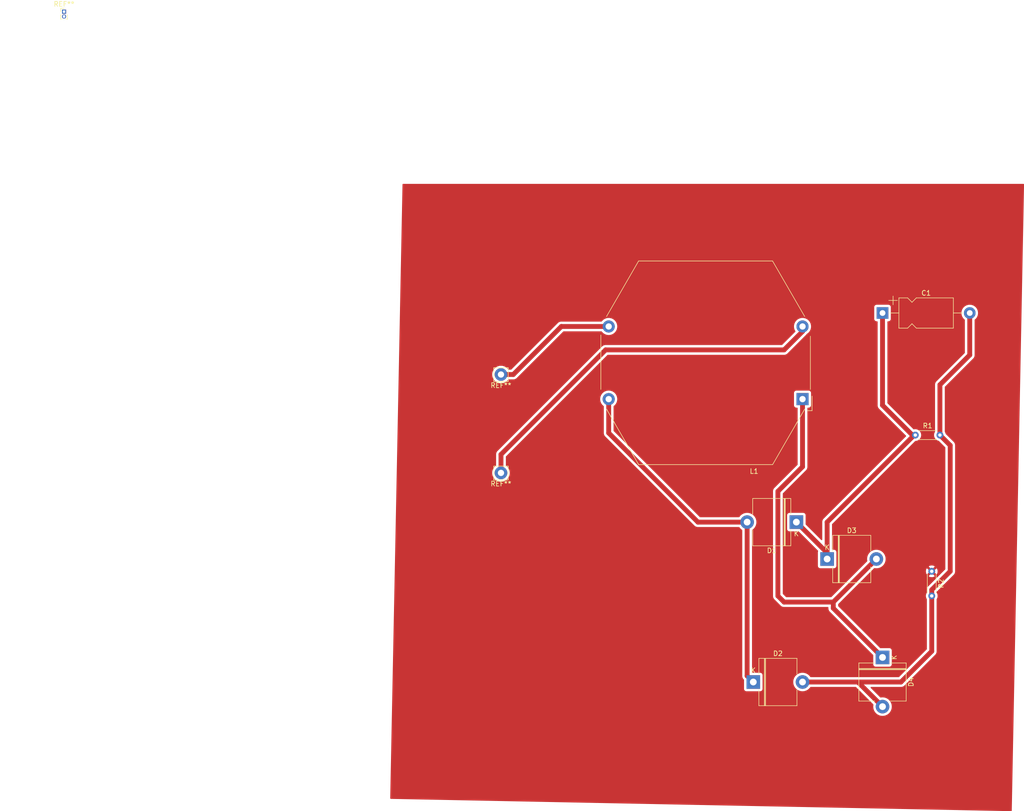
<source format=kicad_pcb>
(kicad_pcb (version 20171130) (host pcbnew "(5.1.4)-1")

  (general
    (thickness 1.6)
    (drawings 0)
    (tracks 39)
    (zones 0)
    (modules 11)
    (nets 6)
  )

  (page A4)
  (layers
    (0 F.Cu signal)
    (31 B.Cu signal)
    (32 B.Adhes user)
    (33 F.Adhes user)
    (34 B.Paste user)
    (35 F.Paste user)
    (36 B.SilkS user)
    (37 F.SilkS user)
    (38 B.Mask user)
    (39 F.Mask user)
    (40 Dwgs.User user)
    (41 Cmts.User user)
    (42 Eco1.User user)
    (43 Eco2.User user)
    (44 Edge.Cuts user)
    (45 Margin user)
    (46 B.CrtYd user)
    (47 F.CrtYd user)
    (48 B.Fab user)
    (49 F.Fab user)
  )

  (setup
    (last_trace_width 1)
    (user_trace_width 1)
    (trace_clearance 0.2)
    (zone_clearance 0.508)
    (zone_45_only no)
    (trace_min 0.2)
    (via_size 0.8)
    (via_drill 0.4)
    (via_min_size 0.4)
    (via_min_drill 0.3)
    (uvia_size 0.3)
    (uvia_drill 0.1)
    (uvias_allowed no)
    (uvia_min_size 0.2)
    (uvia_min_drill 0.1)
    (edge_width 0.05)
    (segment_width 0.2)
    (pcb_text_width 0.3)
    (pcb_text_size 1.5 1.5)
    (mod_edge_width 0.12)
    (mod_text_size 1 1)
    (mod_text_width 0.15)
    (pad_size 1.524 1.524)
    (pad_drill 0.762)
    (pad_to_mask_clearance 0.051)
    (solder_mask_min_width 0.25)
    (aux_axis_origin 0 0)
    (visible_elements FFFFFF7F)
    (pcbplotparams
      (layerselection 0x010fc_ffffffff)
      (usegerberextensions false)
      (usegerberattributes false)
      (usegerberadvancedattributes false)
      (creategerberjobfile false)
      (excludeedgelayer true)
      (linewidth 0.100000)
      (plotframeref false)
      (viasonmask false)
      (mode 1)
      (useauxorigin false)
      (hpglpennumber 1)
      (hpglpenspeed 20)
      (hpglpendiameter 15.000000)
      (psnegative false)
      (psa4output false)
      (plotreference true)
      (plotvalue true)
      (plotinvisibletext false)
      (padsonsilk false)
      (subtractmaskfromsilk false)
      (outputformat 1)
      (mirror false)
      (drillshape 1)
      (scaleselection 1)
      (outputdirectory ""))
  )

  (net 0 "")
  (net 1 "Net-(C1-Pad2)")
  (net 2 "Net-(C1-Pad1)")
  (net 3 "Net-(D1-Pad2)")
  (net 4 VAC)
  (net 5 GNDREF)

  (net_class Default "Esta es la clase de red por defecto."
    (clearance 0.2)
    (trace_width 0.25)
    (via_dia 0.8)
    (via_drill 0.4)
    (uvia_dia 0.3)
    (uvia_drill 0.1)
    (add_net GNDREF)
    (add_net "Net-(C1-Pad1)")
    (add_net "Net-(C1-Pad2)")
    (add_net "Net-(D1-Pad2)")
    (add_net VAC)
  )

  (module Connector_Pin:Pin_D1.3mm_L11.3mm_W2.8mm_Flat (layer F.Cu) (tedit 5A1DC085) (tstamp 5D834856)
    (at 90.17 95.25)
    (descr "solder Pin_ with flat with hole, hole diameter 1.3mm, length 11.3mm, width 2.8mm")
    (tags "solder Pin_ with flat fork")
    (fp_text reference REF** (at 0 2.25) (layer F.SilkS)
      (effects (font (size 1 1) (thickness 0.15)))
    )
    (fp_text value Pin_D1.3mm_L11.3mm_W2.8mm_Flat (at 0 -2.05) (layer F.Fab)
      (effects (font (size 1 1) (thickness 0.15)))
    )
    (fp_line (start 1.9 1.8) (end -1.9 1.8) (layer F.CrtYd) (width 0.05))
    (fp_line (start 1.9 1.8) (end 1.9 -1.8) (layer F.CrtYd) (width 0.05))
    (fp_line (start -1.9 -1.8) (end -1.9 1.8) (layer F.CrtYd) (width 0.05))
    (fp_line (start -1.9 -1.8) (end 1.9 -1.8) (layer F.CrtYd) (width 0.05))
    (fp_line (start -1.4 0.25) (end -1.4 -0.25) (layer F.Fab) (width 0.12))
    (fp_line (start 1.4 -0.25) (end 1.4 0.25) (layer F.Fab) (width 0.12))
    (fp_line (start -1.5 1.45) (end 1.5 1.45) (layer F.SilkS) (width 0.12))
    (fp_line (start -1.5 -1.4) (end -1.5 1.45) (layer F.SilkS) (width 0.12))
    (fp_line (start 1.5 -1.4) (end 1.5 1.45) (layer F.SilkS) (width 0.12))
    (fp_line (start -1.5 -1.4) (end 1.5 -1.4) (layer F.SilkS) (width 0.12))
    (fp_line (start -1.4 -0.25) (end 1.4 -0.25) (layer F.Fab) (width 0.12))
    (fp_line (start 1.4 0.25) (end -1.4 0.25) (layer F.Fab) (width 0.12))
    (fp_text user %R (at 0 2.25) (layer F.Fab)
      (effects (font (size 1 1) (thickness 0.15)))
    )
    (pad 1 thru_hole circle (at 0 0) (size 2.6 2.6) (drill 1.3) (layers *.Cu *.Mask))
    (model ${KISYS3DMOD}/Connector_Pin.3dshapes/Pin_D1.3mm_L11.3mm_W2.8mm_Flat.wrl
      (at (xyz 0 0 0))
      (scale (xyz 1 1 1))
      (rotate (xyz 0 0 0))
    )
  )

  (module Connector_Pin:Pin_D1.3mm_L11.3mm_W2.8mm_Flat (layer F.Cu) (tedit 5A1DC085) (tstamp 5D834811)
    (at 90.17 74.93)
    (descr "solder Pin_ with flat with hole, hole diameter 1.3mm, length 11.3mm, width 2.8mm")
    (tags "solder Pin_ with flat fork")
    (fp_text reference REF** (at 0 2.25) (layer F.SilkS)
      (effects (font (size 1 1) (thickness 0.15)))
    )
    (fp_text value Pin_D1.3mm_L11.3mm_W2.8mm_Flat (at 0 -2.05) (layer F.Fab)
      (effects (font (size 1 1) (thickness 0.15)))
    )
    (fp_line (start 1.9 1.8) (end -1.9 1.8) (layer F.CrtYd) (width 0.05))
    (fp_line (start 1.9 1.8) (end 1.9 -1.8) (layer F.CrtYd) (width 0.05))
    (fp_line (start -1.9 -1.8) (end -1.9 1.8) (layer F.CrtYd) (width 0.05))
    (fp_line (start -1.9 -1.8) (end 1.9 -1.8) (layer F.CrtYd) (width 0.05))
    (fp_line (start -1.4 0.25) (end -1.4 -0.25) (layer F.Fab) (width 0.12))
    (fp_line (start 1.4 -0.25) (end 1.4 0.25) (layer F.Fab) (width 0.12))
    (fp_line (start -1.5 1.45) (end 1.5 1.45) (layer F.SilkS) (width 0.12))
    (fp_line (start -1.5 -1.4) (end -1.5 1.45) (layer F.SilkS) (width 0.12))
    (fp_line (start 1.5 -1.4) (end 1.5 1.45) (layer F.SilkS) (width 0.12))
    (fp_line (start -1.5 -1.4) (end 1.5 -1.4) (layer F.SilkS) (width 0.12))
    (fp_line (start -1.4 -0.25) (end 1.4 -0.25) (layer F.Fab) (width 0.12))
    (fp_line (start 1.4 0.25) (end -1.4 0.25) (layer F.Fab) (width 0.12))
    (fp_text user %R (at 0 2.25) (layer F.Fab)
      (effects (font (size 1 1) (thickness 0.15)))
    )
    (pad 1 thru_hole circle (at 0 0) (size 2.6 2.6) (drill 1.3) (layers *.Cu *.Mask))
    (model ${KISYS3DMOD}/Connector_Pin.3dshapes/Pin_D1.3mm_L11.3mm_W2.8mm_Flat.wrl
      (at (xyz 0 0 0))
      (scale (xyz 1 1 1))
      (rotate (xyz 0 0 0))
    )
  )

  (module Connector_PinHeader_1.00mm:PinHeader_1x02_P1.00mm_Vertical (layer F.Cu) (tedit 59FED738) (tstamp 5D833209)
    (at 0 0)
    (descr "Through hole straight pin header, 1x02, 1.00mm pitch, single row")
    (tags "Through hole pin header THT 1x02 1.00mm single row")
    (fp_text reference REF** (at 0 -1.56) (layer F.SilkS)
      (effects (font (size 1 1) (thickness 0.15)))
    )
    (fp_text value PinHeader_1x02_P1.00mm_Vertical (at 0 2.56) (layer F.Fab)
      (effects (font (size 1 1) (thickness 0.15)))
    )
    (fp_line (start -0.3175 -0.5) (end 0.635 -0.5) (layer F.Fab) (width 0.1))
    (fp_line (start 0.635 -0.5) (end 0.635 1.5) (layer F.Fab) (width 0.1))
    (fp_line (start 0.635 1.5) (end -0.635 1.5) (layer F.Fab) (width 0.1))
    (fp_line (start -0.635 1.5) (end -0.635 -0.1825) (layer F.Fab) (width 0.1))
    (fp_line (start -0.635 -0.1825) (end -0.3175 -0.5) (layer F.Fab) (width 0.1))
    (fp_line (start -0.695 1.56) (end -0.394493 1.56) (layer F.SilkS) (width 0.12))
    (fp_line (start 0.394493 1.56) (end 0.695 1.56) (layer F.SilkS) (width 0.12))
    (fp_line (start -0.695 0.685) (end -0.695 1.56) (layer F.SilkS) (width 0.12))
    (fp_line (start 0.695 0.685) (end 0.695 1.56) (layer F.SilkS) (width 0.12))
    (fp_line (start -0.695 0.685) (end -0.608276 0.685) (layer F.SilkS) (width 0.12))
    (fp_line (start 0.608276 0.685) (end 0.695 0.685) (layer F.SilkS) (width 0.12))
    (fp_line (start -0.695 0) (end -0.695 -0.685) (layer F.SilkS) (width 0.12))
    (fp_line (start -0.695 -0.685) (end 0 -0.685) (layer F.SilkS) (width 0.12))
    (fp_line (start -1.15 -1) (end -1.15 2) (layer F.CrtYd) (width 0.05))
    (fp_line (start -1.15 2) (end 1.15 2) (layer F.CrtYd) (width 0.05))
    (fp_line (start 1.15 2) (end 1.15 -1) (layer F.CrtYd) (width 0.05))
    (fp_line (start 1.15 -1) (end -1.15 -1) (layer F.CrtYd) (width 0.05))
    (fp_text user %R (at 0 0.5 90) (layer F.Fab)
      (effects (font (size 0.76 0.76) (thickness 0.114)))
    )
    (pad 1 thru_hole rect (at 0 0) (size 0.85 0.85) (drill 0.5) (layers *.Cu *.Mask))
    (pad 2 thru_hole oval (at 0 1) (size 0.85 0.85) (drill 0.5) (layers *.Cu *.Mask))
    (model ${KISYS3DMOD}/Connector_PinHeader_1.00mm.3dshapes/PinHeader_1x02_P1.00mm_Vertical.wrl
      (at (xyz 0 0 0))
      (scale (xyz 1 1 1))
      (rotate (xyz 0 0 0))
    )
  )

  (module Resistor_THT:R_Axial_DIN0204_L3.6mm_D1.6mm_P5.08mm_Horizontal (layer F.Cu) (tedit 5AE5139B) (tstamp 5D8329F7)
    (at 179.07 115.57 270)
    (descr "Resistor, Axial_DIN0204 series, Axial, Horizontal, pin pitch=5.08mm, 0.167W, length*diameter=3.6*1.6mm^2, http://cdn-reichelt.de/documents/datenblatt/B400/1_4W%23YAG.pdf")
    (tags "Resistor Axial_DIN0204 series Axial Horizontal pin pitch 5.08mm 0.167W length 3.6mm diameter 1.6mm")
    (path /5D83DE1D)
    (fp_text reference R2 (at 2.54 -1.92 90) (layer F.SilkS)
      (effects (font (size 1 1) (thickness 0.15)))
    )
    (fp_text value R (at 2.54 1.92 90) (layer F.Fab)
      (effects (font (size 1 1) (thickness 0.15)))
    )
    (fp_text user %R (at 2.54 0 90) (layer F.Fab)
      (effects (font (size 0.72 0.72) (thickness 0.108)))
    )
    (fp_line (start 6.03 -1.05) (end -0.95 -1.05) (layer F.CrtYd) (width 0.05))
    (fp_line (start 6.03 1.05) (end 6.03 -1.05) (layer F.CrtYd) (width 0.05))
    (fp_line (start -0.95 1.05) (end 6.03 1.05) (layer F.CrtYd) (width 0.05))
    (fp_line (start -0.95 -1.05) (end -0.95 1.05) (layer F.CrtYd) (width 0.05))
    (fp_line (start 0.62 0.92) (end 4.46 0.92) (layer F.SilkS) (width 0.12))
    (fp_line (start 0.62 -0.92) (end 4.46 -0.92) (layer F.SilkS) (width 0.12))
    (fp_line (start 5.08 0) (end 4.34 0) (layer F.Fab) (width 0.1))
    (fp_line (start 0 0) (end 0.74 0) (layer F.Fab) (width 0.1))
    (fp_line (start 4.34 -0.8) (end 0.74 -0.8) (layer F.Fab) (width 0.1))
    (fp_line (start 4.34 0.8) (end 4.34 -0.8) (layer F.Fab) (width 0.1))
    (fp_line (start 0.74 0.8) (end 4.34 0.8) (layer F.Fab) (width 0.1))
    (fp_line (start 0.74 -0.8) (end 0.74 0.8) (layer F.Fab) (width 0.1))
    (pad 2 thru_hole oval (at 5.08 0 270) (size 1.4 1.4) (drill 0.7) (layers *.Cu *.Mask)
      (net 1 "Net-(C1-Pad2)"))
    (pad 1 thru_hole circle (at 0 0 270) (size 1.4 1.4) (drill 0.7) (layers *.Cu *.Mask)
      (net 5 GNDREF))
    (model ${KISYS3DMOD}/Resistor_THT.3dshapes/R_Axial_DIN0204_L3.6mm_D1.6mm_P5.08mm_Horizontal.wrl
      (at (xyz 0 0 0))
      (scale (xyz 1 1 1))
      (rotate (xyz 0 0 0))
    )
  )

  (module Resistor_THT:R_Axial_DIN0204_L3.6mm_D1.6mm_P5.08mm_Horizontal (layer F.Cu) (tedit 5AE5139B) (tstamp 5D8329E4)
    (at 175.675001 87.435001)
    (descr "Resistor, Axial_DIN0204 series, Axial, Horizontal, pin pitch=5.08mm, 0.167W, length*diameter=3.6*1.6mm^2, http://cdn-reichelt.de/documents/datenblatt/B400/1_4W%23YAG.pdf")
    (tags "Resistor Axial_DIN0204 series Axial Horizontal pin pitch 5.08mm 0.167W length 3.6mm diameter 1.6mm")
    (path /5D83D99B)
    (fp_text reference R1 (at 2.54 -1.92) (layer F.SilkS)
      (effects (font (size 1 1) (thickness 0.15)))
    )
    (fp_text value R (at 2.54 1.92) (layer F.Fab)
      (effects (font (size 1 1) (thickness 0.15)))
    )
    (fp_text user %R (at 2.54 0) (layer F.Fab)
      (effects (font (size 0.72 0.72) (thickness 0.108)))
    )
    (fp_line (start 6.03 -1.05) (end -0.95 -1.05) (layer F.CrtYd) (width 0.05))
    (fp_line (start 6.03 1.05) (end 6.03 -1.05) (layer F.CrtYd) (width 0.05))
    (fp_line (start -0.95 1.05) (end 6.03 1.05) (layer F.CrtYd) (width 0.05))
    (fp_line (start -0.95 -1.05) (end -0.95 1.05) (layer F.CrtYd) (width 0.05))
    (fp_line (start 0.62 0.92) (end 4.46 0.92) (layer F.SilkS) (width 0.12))
    (fp_line (start 0.62 -0.92) (end 4.46 -0.92) (layer F.SilkS) (width 0.12))
    (fp_line (start 5.08 0) (end 4.34 0) (layer F.Fab) (width 0.1))
    (fp_line (start 0 0) (end 0.74 0) (layer F.Fab) (width 0.1))
    (fp_line (start 4.34 -0.8) (end 0.74 -0.8) (layer F.Fab) (width 0.1))
    (fp_line (start 4.34 0.8) (end 4.34 -0.8) (layer F.Fab) (width 0.1))
    (fp_line (start 0.74 0.8) (end 4.34 0.8) (layer F.Fab) (width 0.1))
    (fp_line (start 0.74 -0.8) (end 0.74 0.8) (layer F.Fab) (width 0.1))
    (pad 2 thru_hole oval (at 5.08 0) (size 1.4 1.4) (drill 0.7) (layers *.Cu *.Mask)
      (net 1 "Net-(C1-Pad2)"))
    (pad 1 thru_hole circle (at 0 0) (size 1.4 1.4) (drill 0.7) (layers *.Cu *.Mask)
      (net 2 "Net-(C1-Pad1)"))
    (model ${KISYS3DMOD}/Resistor_THT.3dshapes/R_Axial_DIN0204_L3.6mm_D1.6mm_P5.08mm_Horizontal.wrl
      (at (xyz 0 0 0))
      (scale (xyz 1 1 1))
      (rotate (xyz 0 0 0))
    )
  )

  (module Inductor_THT:Choke_Schaffner_RN152-04-43.0x41.8mm (layer F.Cu) (tedit 5A1421CD) (tstamp 5D8329D1)
    (at 152.4 80.01 180)
    (descr "Current-compensated Chokes, Scaffner, RN152-04, 43.0mmx41.8mm https://www.schaffner.com/products/download/product/datasheet/rn-series-common-mode-chokes-new/")
    (tags "chokes schaffner tht")
    (path /5D83E1E3)
    (fp_text reference L1 (at 10 -14.9) (layer F.SilkS)
      (effects (font (size 1 1) (thickness 0.15)))
    )
    (fp_text value L (at 20 29.9) (layer F.Fab)
      (effects (font (size 1 1) (thickness 0.15)))
    )
    (fp_text user %R (at 20 7.5) (layer F.Fab)
      (effects (font (size 1 1) (thickness 0.15)))
    )
    (fp_line (start -1.97 -2.38) (end -1.97 0.62) (layer F.SilkS) (width 0.12))
    (fp_line (start -1.97 -2.38) (end -0.97 -2.38) (layer F.SilkS) (width 0.12))
    (fp_line (start -1.72 -2.12) (end -0.56 -2.12) (layer F.CrtYd) (width 0.05))
    (fp_line (start -1.72 15.12) (end -1.72 -2.12) (layer F.CrtYd) (width 0.05))
    (fp_line (start 6.11 28.65) (end -1.72 15.12) (layer F.CrtYd) (width 0.05))
    (fp_line (start 33.91 28.65) (end 6.11 28.65) (layer F.CrtYd) (width 0.05))
    (fp_line (start 41.75 15.12) (end 33.91 28.65) (layer F.CrtYd) (width 0.05))
    (fp_line (start 41.75 0) (end 41.75 15.12) (layer F.CrtYd) (width 0.05))
    (fp_line (start 33.89 -13.65) (end 41.75 0) (layer F.CrtYd) (width 0.05))
    (fp_line (start 6.09 -13.65) (end 33.89 -13.65) (layer F.CrtYd) (width 0.05))
    (fp_line (start -0.56 -2.12) (end 6.09 -13.65) (layer F.CrtYd) (width 0.05))
    (fp_line (start -1.62 13) (end -1.62 2) (layer F.SilkS) (width 0.12))
    (fp_line (start 6.18 28.52) (end -0.45 17.06) (layer F.SilkS) (width 0.12))
    (fp_line (start 33.83 28.52) (end 6.18 28.52) (layer F.SilkS) (width 0.12))
    (fp_line (start 40.45 17.06) (end 33.83 28.52) (layer F.SilkS) (width 0.12))
    (fp_line (start 41.62 2) (end 41.62 13.25) (layer F.SilkS) (width 0.12))
    (fp_line (start 33.82 -13.52) (end 40.45 -2.06) (layer F.SilkS) (width 0.12))
    (fp_line (start 6.17 -13.52) (end 33.82 -13.52) (layer F.SilkS) (width 0.12))
    (fp_line (start -0.45 -2.06) (end 6.17 -13.52) (layer F.SilkS) (width 0.12))
    (fp_line (start -0.5 1) (end -1.5 0) (layer F.Fab) (width 0.1))
    (fp_line (start -1.5 2) (end -0.5 1) (layer F.Fab) (width 0.1))
    (fp_line (start -1.5 15) (end -1.5 2) (layer F.Fab) (width 0.1))
    (fp_line (start 6.24 28.4) (end -1.5 15) (layer F.Fab) (width 0.1))
    (fp_line (start 33.76 28.4) (end 6.24 28.4) (layer F.Fab) (width 0.1))
    (fp_line (start 41.5 15) (end 33.76 28.4) (layer F.Fab) (width 0.1))
    (fp_line (start 41.5 0) (end 41.5 15) (layer F.Fab) (width 0.1))
    (fp_line (start 33.76 -13.4) (end 41.5 0) (layer F.Fab) (width 0.1))
    (fp_line (start 6.24 -13.4) (end 33.76 -13.4) (layer F.Fab) (width 0.1))
    (fp_line (start -1.5 0) (end 6.24 -13.4) (layer F.Fab) (width 0.1))
    (pad 4 thru_hole circle (at 40 15 180) (size 2.5 2.5) (drill 1.3) (layers *.Cu *.Mask))
    (pad 3 thru_hole circle (at 0 15 180) (size 2.5 2.5) (drill 1.3) (layers *.Cu *.Mask))
    (pad 2 thru_hole circle (at 40 0 180) (size 2.5 2.5) (drill 1.3) (layers *.Cu *.Mask)
      (net 3 "Net-(D1-Pad2)"))
    (pad 1 thru_hole rect (at 0 0 180) (size 2.5 2.5) (drill 1.3) (layers *.Cu *.Mask)
      (net 4 VAC))
    (model ${KISYS3DMOD}/Inductor_THT.3dshapes/Choke_Schaffner_RN152-04-43.0x41.8mm.wrl
      (at (xyz 0 0 0))
      (scale (xyz 1 1 1))
      (rotate (xyz 0 0 0))
    )
  )

  (module Diode_THT:D_5KP_P10.16mm_Horizontal (layer F.Cu) (tedit 5AE50CD5) (tstamp 5D8329AB)
    (at 168.91 133.35 270)
    (descr "Diode, 5KP series, Axial, Horizontal, pin pitch=10.16mm, , length*diameter=7.62*9.53mm^2, , http://www.diodes.com/_files/packages/8686949.gif")
    (tags "Diode 5KP series Axial Horizontal pin pitch 10.16mm  length 7.62mm diameter 9.53mm")
    (path /5D83D42E)
    (fp_text reference D4 (at 5.08 -5.885 90) (layer F.SilkS)
      (effects (font (size 1 1) (thickness 0.15)))
    )
    (fp_text value D (at 5.08 5.885 90) (layer F.Fab)
      (effects (font (size 1 1) (thickness 0.15)))
    )
    (fp_text user K (at 0 -2.4 90) (layer F.SilkS)
      (effects (font (size 1 1) (thickness 0.15)))
    )
    (fp_text user K (at 0 -2.4 90) (layer F.Fab)
      (effects (font (size 1 1) (thickness 0.15)))
    )
    (fp_text user %R (at 5.6515 0 90) (layer F.Fab)
      (effects (font (size 1 1) (thickness 0.15)))
    )
    (fp_line (start 11.81 -5.02) (end -1.65 -5.02) (layer F.CrtYd) (width 0.05))
    (fp_line (start 11.81 5.02) (end 11.81 -5.02) (layer F.CrtYd) (width 0.05))
    (fp_line (start -1.65 5.02) (end 11.81 5.02) (layer F.CrtYd) (width 0.05))
    (fp_line (start -1.65 -5.02) (end -1.65 5.02) (layer F.CrtYd) (width 0.05))
    (fp_line (start 2.293 -4.885) (end 2.293 4.885) (layer F.SilkS) (width 0.12))
    (fp_line (start 2.533 -4.885) (end 2.533 4.885) (layer F.SilkS) (width 0.12))
    (fp_line (start 2.413 -4.885) (end 2.413 4.885) (layer F.SilkS) (width 0.12))
    (fp_line (start 9.01 4.885) (end 9.01 1.64) (layer F.SilkS) (width 0.12))
    (fp_line (start 1.15 4.885) (end 9.01 4.885) (layer F.SilkS) (width 0.12))
    (fp_line (start 1.15 1.64) (end 1.15 4.885) (layer F.SilkS) (width 0.12))
    (fp_line (start 9.01 -4.885) (end 9.01 -1.64) (layer F.SilkS) (width 0.12))
    (fp_line (start 1.15 -4.885) (end 9.01 -4.885) (layer F.SilkS) (width 0.12))
    (fp_line (start 1.15 -1.64) (end 1.15 -4.885) (layer F.SilkS) (width 0.12))
    (fp_line (start 2.313 -4.765) (end 2.313 4.765) (layer F.Fab) (width 0.1))
    (fp_line (start 2.513 -4.765) (end 2.513 4.765) (layer F.Fab) (width 0.1))
    (fp_line (start 2.413 -4.765) (end 2.413 4.765) (layer F.Fab) (width 0.1))
    (fp_line (start 10.16 0) (end 8.89 0) (layer F.Fab) (width 0.1))
    (fp_line (start 0 0) (end 1.27 0) (layer F.Fab) (width 0.1))
    (fp_line (start 8.89 -4.765) (end 1.27 -4.765) (layer F.Fab) (width 0.1))
    (fp_line (start 8.89 4.765) (end 8.89 -4.765) (layer F.Fab) (width 0.1))
    (fp_line (start 1.27 4.765) (end 8.89 4.765) (layer F.Fab) (width 0.1))
    (fp_line (start 1.27 -4.765) (end 1.27 4.765) (layer F.Fab) (width 0.1))
    (pad 2 thru_hole oval (at 10.16 0 270) (size 2.8 2.8) (drill 1.4) (layers *.Cu *.Mask)
      (net 1 "Net-(C1-Pad2)"))
    (pad 1 thru_hole rect (at 0 0 270) (size 2.8 2.8) (drill 1.4) (layers *.Cu *.Mask)
      (net 4 VAC))
    (model ${KISYS3DMOD}/Diode_THT.3dshapes/D_5KP_P10.16mm_Horizontal.wrl
      (at (xyz 0 0 0))
      (scale (xyz 1 1 1))
      (rotate (xyz 0 0 0))
    )
  )

  (module Diode_THT:D_5KP_P10.16mm_Horizontal (layer F.Cu) (tedit 5AE50CD5) (tstamp 5D83298C)
    (at 157.48 113.03)
    (descr "Diode, 5KP series, Axial, Horizontal, pin pitch=10.16mm, , length*diameter=7.62*9.53mm^2, , http://www.diodes.com/_files/packages/8686949.gif")
    (tags "Diode 5KP series Axial Horizontal pin pitch 10.16mm  length 7.62mm diameter 9.53mm")
    (path /5D83CC2F)
    (fp_text reference D3 (at 5.08 -5.885) (layer F.SilkS)
      (effects (font (size 1 1) (thickness 0.15)))
    )
    (fp_text value D (at 5.08 5.885) (layer F.Fab)
      (effects (font (size 1 1) (thickness 0.15)))
    )
    (fp_text user K (at 0 -2.4) (layer F.SilkS)
      (effects (font (size 1 1) (thickness 0.15)))
    )
    (fp_text user K (at 0 -2.4) (layer F.Fab)
      (effects (font (size 1 1) (thickness 0.15)))
    )
    (fp_text user %R (at 5.054999 0) (layer F.Fab)
      (effects (font (size 1 1) (thickness 0.15)))
    )
    (fp_line (start 11.81 -5.02) (end -1.65 -5.02) (layer F.CrtYd) (width 0.05))
    (fp_line (start 11.81 5.02) (end 11.81 -5.02) (layer F.CrtYd) (width 0.05))
    (fp_line (start -1.65 5.02) (end 11.81 5.02) (layer F.CrtYd) (width 0.05))
    (fp_line (start -1.65 -5.02) (end -1.65 5.02) (layer F.CrtYd) (width 0.05))
    (fp_line (start 2.293 -4.885) (end 2.293 4.885) (layer F.SilkS) (width 0.12))
    (fp_line (start 2.533 -4.885) (end 2.533 4.885) (layer F.SilkS) (width 0.12))
    (fp_line (start 2.413 -4.885) (end 2.413 4.885) (layer F.SilkS) (width 0.12))
    (fp_line (start 9.01 4.885) (end 9.01 1.64) (layer F.SilkS) (width 0.12))
    (fp_line (start 1.15 4.885) (end 9.01 4.885) (layer F.SilkS) (width 0.12))
    (fp_line (start 1.15 1.64) (end 1.15 4.885) (layer F.SilkS) (width 0.12))
    (fp_line (start 9.01 -4.885) (end 9.01 -1.64) (layer F.SilkS) (width 0.12))
    (fp_line (start 1.15 -4.885) (end 9.01 -4.885) (layer F.SilkS) (width 0.12))
    (fp_line (start 1.15 -1.64) (end 1.15 -4.885) (layer F.SilkS) (width 0.12))
    (fp_line (start 2.313 -4.765) (end 2.313 4.765) (layer F.Fab) (width 0.1))
    (fp_line (start 2.513 -4.765) (end 2.513 4.765) (layer F.Fab) (width 0.1))
    (fp_line (start 2.413 -4.765) (end 2.413 4.765) (layer F.Fab) (width 0.1))
    (fp_line (start 10.16 0) (end 8.89 0) (layer F.Fab) (width 0.1))
    (fp_line (start 0 0) (end 1.27 0) (layer F.Fab) (width 0.1))
    (fp_line (start 8.89 -4.765) (end 1.27 -4.765) (layer F.Fab) (width 0.1))
    (fp_line (start 8.89 4.765) (end 8.89 -4.765) (layer F.Fab) (width 0.1))
    (fp_line (start 1.27 4.765) (end 8.89 4.765) (layer F.Fab) (width 0.1))
    (fp_line (start 1.27 -4.765) (end 1.27 4.765) (layer F.Fab) (width 0.1))
    (pad 2 thru_hole oval (at 10.16 0) (size 2.8 2.8) (drill 1.4) (layers *.Cu *.Mask)
      (net 4 VAC))
    (pad 1 thru_hole rect (at 0 0) (size 2.8 2.8) (drill 1.4) (layers *.Cu *.Mask)
      (net 2 "Net-(C1-Pad1)"))
    (model ${KISYS3DMOD}/Diode_THT.3dshapes/D_5KP_P10.16mm_Horizontal.wrl
      (at (xyz 0 0 0))
      (scale (xyz 1 1 1))
      (rotate (xyz 0 0 0))
    )
  )

  (module Diode_THT:D_5KP_P10.16mm_Horizontal (layer F.Cu) (tedit 5AE50CD5) (tstamp 5D83296D)
    (at 142.24 138.43)
    (descr "Diode, 5KP series, Axial, Horizontal, pin pitch=10.16mm, , length*diameter=7.62*9.53mm^2, , http://www.diodes.com/_files/packages/8686949.gif")
    (tags "Diode 5KP series Axial Horizontal pin pitch 10.16mm  length 7.62mm diameter 9.53mm")
    (path /5D83D2F7)
    (fp_text reference D2 (at 5.08 -5.885) (layer F.SilkS)
      (effects (font (size 1 1) (thickness 0.15)))
    )
    (fp_text value D (at 5.08 5.885) (layer F.Fab)
      (effects (font (size 1 1) (thickness 0.15)))
    )
    (fp_text user K (at 0 -2.4) (layer F.SilkS)
      (effects (font (size 1 1) (thickness 0.15)))
    )
    (fp_text user K (at 0 -2.4) (layer F.Fab)
      (effects (font (size 1 1) (thickness 0.15)))
    )
    (fp_text user %R (at 5.6515 0) (layer F.Fab)
      (effects (font (size 1 1) (thickness 0.15)))
    )
    (fp_line (start 11.81 -5.02) (end -1.65 -5.02) (layer F.CrtYd) (width 0.05))
    (fp_line (start 11.81 5.02) (end 11.81 -5.02) (layer F.CrtYd) (width 0.05))
    (fp_line (start -1.65 5.02) (end 11.81 5.02) (layer F.CrtYd) (width 0.05))
    (fp_line (start -1.65 -5.02) (end -1.65 5.02) (layer F.CrtYd) (width 0.05))
    (fp_line (start 2.293 -4.885) (end 2.293 4.885) (layer F.SilkS) (width 0.12))
    (fp_line (start 2.533 -4.885) (end 2.533 4.885) (layer F.SilkS) (width 0.12))
    (fp_line (start 2.413 -4.885) (end 2.413 4.885) (layer F.SilkS) (width 0.12))
    (fp_line (start 9.01 4.885) (end 9.01 1.64) (layer F.SilkS) (width 0.12))
    (fp_line (start 1.15 4.885) (end 9.01 4.885) (layer F.SilkS) (width 0.12))
    (fp_line (start 1.15 1.64) (end 1.15 4.885) (layer F.SilkS) (width 0.12))
    (fp_line (start 9.01 -4.885) (end 9.01 -1.64) (layer F.SilkS) (width 0.12))
    (fp_line (start 1.15 -4.885) (end 9.01 -4.885) (layer F.SilkS) (width 0.12))
    (fp_line (start 1.15 -1.64) (end 1.15 -4.885) (layer F.SilkS) (width 0.12))
    (fp_line (start 2.313 -4.765) (end 2.313 4.765) (layer F.Fab) (width 0.1))
    (fp_line (start 2.513 -4.765) (end 2.513 4.765) (layer F.Fab) (width 0.1))
    (fp_line (start 2.413 -4.765) (end 2.413 4.765) (layer F.Fab) (width 0.1))
    (fp_line (start 10.16 0) (end 8.89 0) (layer F.Fab) (width 0.1))
    (fp_line (start 0 0) (end 1.27 0) (layer F.Fab) (width 0.1))
    (fp_line (start 8.89 -4.765) (end 1.27 -4.765) (layer F.Fab) (width 0.1))
    (fp_line (start 8.89 4.765) (end 8.89 -4.765) (layer F.Fab) (width 0.1))
    (fp_line (start 1.27 4.765) (end 8.89 4.765) (layer F.Fab) (width 0.1))
    (fp_line (start 1.27 -4.765) (end 1.27 4.765) (layer F.Fab) (width 0.1))
    (pad 2 thru_hole oval (at 10.16 0) (size 2.8 2.8) (drill 1.4) (layers *.Cu *.Mask)
      (net 1 "Net-(C1-Pad2)"))
    (pad 1 thru_hole rect (at 0 0) (size 2.8 2.8) (drill 1.4) (layers *.Cu *.Mask)
      (net 3 "Net-(D1-Pad2)"))
    (model ${KISYS3DMOD}/Diode_THT.3dshapes/D_5KP_P10.16mm_Horizontal.wrl
      (at (xyz 0 0 0))
      (scale (xyz 1 1 1))
      (rotate (xyz 0 0 0))
    )
  )

  (module Diode_THT:D_5KP_P10.16mm_Horizontal (layer F.Cu) (tedit 5AE50CD5) (tstamp 5D83294E)
    (at 151.13 105.41 180)
    (descr "Diode, 5KP series, Axial, Horizontal, pin pitch=10.16mm, , length*diameter=7.62*9.53mm^2, , http://www.diodes.com/_files/packages/8686949.gif")
    (tags "Diode 5KP series Axial Horizontal pin pitch 10.16mm  length 7.62mm diameter 9.53mm")
    (path /5D83C7A1)
    (fp_text reference D1 (at 5.08 -5.885) (layer F.SilkS)
      (effects (font (size 1 1) (thickness 0.15)))
    )
    (fp_text value D (at 5.08 5.885) (layer F.Fab)
      (effects (font (size 1 1) (thickness 0.15)))
    )
    (fp_text user K (at 0 -2.4) (layer F.SilkS)
      (effects (font (size 1 1) (thickness 0.15)))
    )
    (fp_text user K (at 0 -2.4) (layer F.Fab)
      (effects (font (size 1 1) (thickness 0.15)))
    )
    (fp_text user %R (at 5.6515 0) (layer F.Fab)
      (effects (font (size 1 1) (thickness 0.15)))
    )
    (fp_line (start 11.81 -5.02) (end -1.65 -5.02) (layer F.CrtYd) (width 0.05))
    (fp_line (start 11.81 5.02) (end 11.81 -5.02) (layer F.CrtYd) (width 0.05))
    (fp_line (start -1.65 5.02) (end 11.81 5.02) (layer F.CrtYd) (width 0.05))
    (fp_line (start -1.65 -5.02) (end -1.65 5.02) (layer F.CrtYd) (width 0.05))
    (fp_line (start 2.293 -4.885) (end 2.293 4.885) (layer F.SilkS) (width 0.12))
    (fp_line (start 2.533 -4.885) (end 2.533 4.885) (layer F.SilkS) (width 0.12))
    (fp_line (start 2.413 -4.885) (end 2.413 4.885) (layer F.SilkS) (width 0.12))
    (fp_line (start 9.01 4.885) (end 9.01 1.64) (layer F.SilkS) (width 0.12))
    (fp_line (start 1.15 4.885) (end 9.01 4.885) (layer F.SilkS) (width 0.12))
    (fp_line (start 1.15 1.64) (end 1.15 4.885) (layer F.SilkS) (width 0.12))
    (fp_line (start 9.01 -4.885) (end 9.01 -1.64) (layer F.SilkS) (width 0.12))
    (fp_line (start 1.15 -4.885) (end 9.01 -4.885) (layer F.SilkS) (width 0.12))
    (fp_line (start 1.15 -1.64) (end 1.15 -4.885) (layer F.SilkS) (width 0.12))
    (fp_line (start 2.313 -4.765) (end 2.313 4.765) (layer F.Fab) (width 0.1))
    (fp_line (start 2.513 -4.765) (end 2.513 4.765) (layer F.Fab) (width 0.1))
    (fp_line (start 2.413 -4.765) (end 2.413 4.765) (layer F.Fab) (width 0.1))
    (fp_line (start 10.16 0) (end 8.89 0) (layer F.Fab) (width 0.1))
    (fp_line (start 0 0) (end 1.27 0) (layer F.Fab) (width 0.1))
    (fp_line (start 8.89 -4.765) (end 1.27 -4.765) (layer F.Fab) (width 0.1))
    (fp_line (start 8.89 4.765) (end 8.89 -4.765) (layer F.Fab) (width 0.1))
    (fp_line (start 1.27 4.765) (end 8.89 4.765) (layer F.Fab) (width 0.1))
    (fp_line (start 1.27 -4.765) (end 1.27 4.765) (layer F.Fab) (width 0.1))
    (pad 2 thru_hole oval (at 10.16 0 180) (size 2.8 2.8) (drill 1.4) (layers *.Cu *.Mask)
      (net 3 "Net-(D1-Pad2)"))
    (pad 1 thru_hole rect (at 0 0 180) (size 2.8 2.8) (drill 1.4) (layers *.Cu *.Mask)
      (net 2 "Net-(C1-Pad1)"))
    (model ${KISYS3DMOD}/Diode_THT.3dshapes/D_5KP_P10.16mm_Horizontal.wrl
      (at (xyz 0 0 0))
      (scale (xyz 1 1 1))
      (rotate (xyz 0 0 0))
    )
  )

  (module Capacitor_THT:CP_Axial_L11.0mm_D6.0mm_P18.00mm_Horizontal (layer F.Cu) (tedit 5AE50EF2) (tstamp 5D83292F)
    (at 168.91 62.23)
    (descr "CP, Axial series, Axial, Horizontal, pin pitch=18mm, , length*diameter=11*6mm^2, Electrolytic Capacitor")
    (tags "CP Axial series Axial Horizontal pin pitch 18mm  length 11mm diameter 6mm Electrolytic Capacitor")
    (path /5D83D577)
    (fp_text reference C1 (at 9 -4.12) (layer F.SilkS)
      (effects (font (size 1 1) (thickness 0.15)))
    )
    (fp_text value C (at 9 4.12) (layer F.Fab)
      (effects (font (size 1 1) (thickness 0.15)))
    )
    (fp_text user %R (at 9 0) (layer F.Fab)
      (effects (font (size 1 1) (thickness 0.15)))
    )
    (fp_line (start 19.45 -3.25) (end -1.45 -3.25) (layer F.CrtYd) (width 0.05))
    (fp_line (start 19.45 3.25) (end 19.45 -3.25) (layer F.CrtYd) (width 0.05))
    (fp_line (start -1.45 3.25) (end 19.45 3.25) (layer F.CrtYd) (width 0.05))
    (fp_line (start -1.45 -3.25) (end -1.45 3.25) (layer F.CrtYd) (width 0.05))
    (fp_line (start 16.56 0) (end 14.62 0) (layer F.SilkS) (width 0.12))
    (fp_line (start 1.44 0) (end 3.38 0) (layer F.SilkS) (width 0.12))
    (fp_line (start 6.98 3.12) (end 14.62 3.12) (layer F.SilkS) (width 0.12))
    (fp_line (start 6.08 2.22) (end 6.98 3.12) (layer F.SilkS) (width 0.12))
    (fp_line (start 5.18 3.12) (end 6.08 2.22) (layer F.SilkS) (width 0.12))
    (fp_line (start 3.38 3.12) (end 5.18 3.12) (layer F.SilkS) (width 0.12))
    (fp_line (start 6.98 -3.12) (end 14.62 -3.12) (layer F.SilkS) (width 0.12))
    (fp_line (start 6.08 -2.22) (end 6.98 -3.12) (layer F.SilkS) (width 0.12))
    (fp_line (start 5.18 -3.12) (end 6.08 -2.22) (layer F.SilkS) (width 0.12))
    (fp_line (start 3.38 -3.12) (end 5.18 -3.12) (layer F.SilkS) (width 0.12))
    (fp_line (start 14.62 -3.12) (end 14.62 3.12) (layer F.SilkS) (width 0.12))
    (fp_line (start 3.38 -3.12) (end 3.38 3.12) (layer F.SilkS) (width 0.12))
    (fp_line (start 2.18 -3.5) (end 2.18 -1.7) (layer F.SilkS) (width 0.12))
    (fp_line (start 1.28 -2.6) (end 3.08 -2.6) (layer F.SilkS) (width 0.12))
    (fp_line (start 6.1 -0.9) (end 6.1 0.9) (layer F.Fab) (width 0.1))
    (fp_line (start 5.2 0) (end 7 0) (layer F.Fab) (width 0.1))
    (fp_line (start 18 0) (end 14.5 0) (layer F.Fab) (width 0.1))
    (fp_line (start 0 0) (end 3.5 0) (layer F.Fab) (width 0.1))
    (fp_line (start 6.98 3) (end 14.5 3) (layer F.Fab) (width 0.1))
    (fp_line (start 6.08 2.1) (end 6.98 3) (layer F.Fab) (width 0.1))
    (fp_line (start 5.18 3) (end 6.08 2.1) (layer F.Fab) (width 0.1))
    (fp_line (start 3.5 3) (end 5.18 3) (layer F.Fab) (width 0.1))
    (fp_line (start 6.98 -3) (end 14.5 -3) (layer F.Fab) (width 0.1))
    (fp_line (start 6.08 -2.1) (end 6.98 -3) (layer F.Fab) (width 0.1))
    (fp_line (start 5.18 -3) (end 6.08 -2.1) (layer F.Fab) (width 0.1))
    (fp_line (start 3.5 -3) (end 5.18 -3) (layer F.Fab) (width 0.1))
    (fp_line (start 14.5 -3) (end 14.5 3) (layer F.Fab) (width 0.1))
    (fp_line (start 3.5 -3) (end 3.5 3) (layer F.Fab) (width 0.1))
    (pad 2 thru_hole oval (at 18 0) (size 2.4 2.4) (drill 1.2) (layers *.Cu *.Mask)
      (net 1 "Net-(C1-Pad2)"))
    (pad 1 thru_hole rect (at 0 0) (size 2.4 2.4) (drill 1.2) (layers *.Cu *.Mask)
      (net 2 "Net-(C1-Pad1)"))
    (model ${KISYS3DMOD}/Capacitor_THT.3dshapes/CP_Axial_L11.0mm_D6.0mm_P18.00mm_Horizontal.wrl
      (at (xyz 0 0 0))
      (scale (xyz 1 1 1))
      (rotate (xyz 0 0 0))
    )
  )

  (segment (start 90.17 74.93) (end 92.71 74.93) (width 1) (layer F.Cu) (net 0))
  (segment (start 102.63 65.01) (end 112.4 65.01) (width 1) (layer F.Cu) (net 0))
  (segment (start 92.71 74.93) (end 102.63 65.01) (width 1) (layer F.Cu) (net 0))
  (segment (start 90.17 95.25) (end 90.17 91.44) (width 1) (layer F.Cu) (net 0))
  (segment (start 90.17 91.44) (end 111.76 69.85) (width 1) (layer F.Cu) (net 0))
  (segment (start 111.76 69.85) (end 148.59 69.85) (width 1) (layer F.Cu) (net 0))
  (segment (start 148.59 69.85) (end 152.4 66.04) (width 1) (layer F.Cu) (net 0))
  (segment (start 152.4 66.04) (end 152.4 65.01) (width 1) (layer F.Cu) (net 0))
  (segment (start 163.83 138.43) (end 168.91 143.51) (width 1) (layer F.Cu) (net 1))
  (segment (start 152.4 138.43) (end 163.83 138.43) (width 1) (layer F.Cu) (net 1))
  (segment (start 179.07 132.08) (end 179.07 120.65) (width 1) (layer F.Cu) (net 1))
  (segment (start 163.83 138.43) (end 172.72 138.43) (width 1) (layer F.Cu) (net 1))
  (segment (start 172.72 138.43) (end 179.07 132.08) (width 1) (layer F.Cu) (net 1))
  (segment (start 179.07 120.65) (end 179.07 119.38) (width 1) (layer F.Cu) (net 1))
  (segment (start 179.07 119.38) (end 182.88 115.57) (width 1) (layer F.Cu) (net 1))
  (segment (start 182.88 89.56) (end 180.755001 87.435001) (width 1) (layer F.Cu) (net 1))
  (segment (start 182.88 115.57) (end 182.88 89.56) (width 1) (layer F.Cu) (net 1))
  (segment (start 180.755001 87.435001) (end 180.755001 77.054999) (width 1) (layer F.Cu) (net 1))
  (segment (start 186.91 70.9) (end 186.91 62.23) (width 1) (layer F.Cu) (net 1))
  (segment (start 180.755001 77.054999) (end 186.91 70.9) (width 1) (layer F.Cu) (net 1))
  (segment (start 157.48 111.76) (end 151.13 105.41) (width 1) (layer F.Cu) (net 2))
  (segment (start 157.48 113.03) (end 157.48 111.76) (width 1) (layer F.Cu) (net 2))
  (segment (start 157.48 113.03) (end 157.48 105.41) (width 1) (layer F.Cu) (net 2))
  (segment (start 157.48 105.41) (end 175.26 87.63) (width 1) (layer F.Cu) (net 2))
  (segment (start 168.91 81.28) (end 168.91 62.23) (width 1) (layer F.Cu) (net 2))
  (segment (start 175.26 87.63) (end 168.91 81.28) (width 1) (layer F.Cu) (net 2))
  (segment (start 112.4 80.01) (end 112.4 87) (width 1) (layer F.Cu) (net 3))
  (segment (start 130.81 105.41) (end 140.97 105.41) (width 1) (layer F.Cu) (net 3))
  (segment (start 112.4 87) (end 130.81 105.41) (width 1) (layer F.Cu) (net 3))
  (segment (start 140.97 137.16) (end 142.24 138.43) (width 1) (layer F.Cu) (net 3))
  (segment (start 140.97 105.41) (end 140.97 137.16) (width 1) (layer F.Cu) (net 3))
  (segment (start 152.4 80.01) (end 152.4 93.98) (width 1) (layer F.Cu) (net 4))
  (segment (start 152.4 93.98) (end 147.32 99.06) (width 1) (layer F.Cu) (net 4))
  (segment (start 147.32 99.06) (end 147.32 120.65) (width 1) (layer F.Cu) (net 4))
  (segment (start 147.32 120.65) (end 148.59 121.92) (width 1) (layer F.Cu) (net 4))
  (segment (start 158.75 121.92) (end 167.64 113.03) (width 1) (layer F.Cu) (net 4))
  (segment (start 148.59 121.92) (end 158.75 121.92) (width 1) (layer F.Cu) (net 4))
  (segment (start 158.75 123.19) (end 168.91 133.35) (width 1) (layer F.Cu) (net 4))
  (segment (start 158.75 121.92) (end 158.75 123.19) (width 1) (layer F.Cu) (net 4))

  (zone (net 5) (net_name GNDREF) (layer F.Cu) (tstamp 0) (hatch edge 0.508)
    (connect_pads (clearance 0.508))
    (min_thickness 0.254)
    (fill yes (arc_segments 32) (thermal_gap 0.508) (thermal_bridge_width 0.508))
    (polygon
      (pts
        (xy 69.85 35.56) (xy 198.12 35.56) (xy 195.58 165.1) (xy 67.31 162.56)
      )
    )
    (filled_polygon
      (pts
        (xy 195.455514 164.97051) (xy 67.439515 162.43554) (xy 68.787037 95.059419) (xy 88.235 95.059419) (xy 88.235 95.440581)
        (xy 88.309361 95.814419) (xy 88.455225 96.166566) (xy 88.666987 96.483491) (xy 88.936509 96.753013) (xy 89.253434 96.964775)
        (xy 89.605581 97.110639) (xy 89.979419 97.185) (xy 90.360581 97.185) (xy 90.734419 97.110639) (xy 91.086566 96.964775)
        (xy 91.403491 96.753013) (xy 91.673013 96.483491) (xy 91.884775 96.166566) (xy 92.030639 95.814419) (xy 92.105 95.440581)
        (xy 92.105 95.059419) (xy 92.030639 94.685581) (xy 91.884775 94.333434) (xy 91.673013 94.016509) (xy 91.403491 93.746987)
        (xy 91.305 93.681178) (xy 91.305 91.910131) (xy 103.390787 79.824344) (xy 110.515 79.824344) (xy 110.515 80.195656)
        (xy 110.587439 80.559834) (xy 110.729534 80.902882) (xy 110.935825 81.211618) (xy 111.198382 81.474175) (xy 111.265 81.518688)
        (xy 111.265001 86.944239) (xy 111.259509 87) (xy 111.281423 87.222498) (xy 111.346324 87.436446) (xy 111.346325 87.436447)
        (xy 111.451717 87.633623) (xy 111.593552 87.806449) (xy 111.63686 87.841991) (xy 129.968013 106.173146) (xy 130.003551 106.216449)
        (xy 130.046854 106.251987) (xy 130.046856 106.251989) (xy 130.176377 106.358284) (xy 130.373553 106.463676) (xy 130.587501 106.528577)
        (xy 130.81 106.550491) (xy 130.865752 106.545) (xy 139.269209 106.545) (xy 139.269773 106.546056) (xy 139.524076 106.855924)
        (xy 139.833944 107.110227) (xy 139.835 107.110791) (xy 139.835001 137.104238) (xy 139.829509 137.16) (xy 139.851423 137.382498)
        (xy 139.916324 137.596446) (xy 139.953959 137.666856) (xy 140.021717 137.793623) (xy 140.163552 137.966449) (xy 140.201928 137.997943)
        (xy 140.201928 139.83) (xy 140.214188 139.954482) (xy 140.250498 140.07418) (xy 140.309463 140.184494) (xy 140.388815 140.281185)
        (xy 140.485506 140.360537) (xy 140.59582 140.419502) (xy 140.715518 140.455812) (xy 140.84 140.468072) (xy 143.64 140.468072)
        (xy 143.764482 140.455812) (xy 143.88418 140.419502) (xy 143.994494 140.360537) (xy 144.091185 140.281185) (xy 144.170537 140.184494)
        (xy 144.229502 140.07418) (xy 144.265812 139.954482) (xy 144.278072 139.83) (xy 144.278072 138.43) (xy 150.355154 138.43)
        (xy 150.394445 138.82893) (xy 150.510809 139.212529) (xy 150.699773 139.566056) (xy 150.954076 139.875924) (xy 151.263944 140.130227)
        (xy 151.617471 140.319191) (xy 152.00107 140.435555) (xy 152.300031 140.465) (xy 152.499969 140.465) (xy 152.79893 140.435555)
        (xy 153.182529 140.319191) (xy 153.536056 140.130227) (xy 153.845924 139.875924) (xy 154.100227 139.566056) (xy 154.100791 139.565)
        (xy 163.359869 139.565) (xy 166.904793 143.109924) (xy 166.904445 143.11107) (xy 166.865154 143.51) (xy 166.904445 143.90893)
        (xy 167.020809 144.292529) (xy 167.209773 144.646056) (xy 167.464076 144.955924) (xy 167.773944 145.210227) (xy 168.127471 145.399191)
        (xy 168.51107 145.515555) (xy 168.810031 145.545) (xy 169.009969 145.545) (xy 169.30893 145.515555) (xy 169.692529 145.399191)
        (xy 170.046056 145.210227) (xy 170.355924 144.955924) (xy 170.610227 144.646056) (xy 170.799191 144.292529) (xy 170.915555 143.90893)
        (xy 170.954846 143.51) (xy 170.915555 143.11107) (xy 170.799191 142.727471) (xy 170.610227 142.373944) (xy 170.355924 142.064076)
        (xy 170.046056 141.809773) (xy 169.692529 141.620809) (xy 169.30893 141.504445) (xy 169.009969 141.475) (xy 168.810031 141.475)
        (xy 168.51107 141.504445) (xy 168.509924 141.504793) (xy 166.570131 139.565) (xy 172.664249 139.565) (xy 172.72 139.570491)
        (xy 172.775751 139.565) (xy 172.775752 139.565) (xy 172.942499 139.548577) (xy 173.156447 139.483676) (xy 173.353623 139.378284)
        (xy 173.526449 139.236449) (xy 173.561996 139.193135) (xy 179.833141 132.921991) (xy 179.876449 132.886449) (xy 180.018284 132.713623)
        (xy 180.123676 132.516447) (xy 180.188577 132.302499) (xy 180.205 132.135752) (xy 180.205 132.135751) (xy 180.210491 132.080001)
        (xy 180.205 132.024249) (xy 180.205 121.358572) (xy 180.309347 121.163354) (xy 180.385683 120.911706) (xy 180.411459 120.65)
        (xy 180.385683 120.388294) (xy 180.309347 120.136646) (xy 180.205 119.941428) (xy 180.205 119.850131) (xy 183.643146 116.411987)
        (xy 183.686449 116.376449) (xy 183.828284 116.203623) (xy 183.933676 116.006447) (xy 183.998577 115.792499) (xy 184.015 115.625752)
        (xy 184.015 115.625751) (xy 184.020491 115.57) (xy 184.015 115.514248) (xy 184.015 89.615741) (xy 184.02049 89.559999)
        (xy 184.015 89.504257) (xy 184.015 89.504248) (xy 183.998577 89.337501) (xy 183.933676 89.123553) (xy 183.828284 88.926377)
        (xy 183.686449 88.753551) (xy 183.643141 88.718009) (xy 182.058604 87.133473) (xy 181.994348 86.921647) (xy 181.890001 86.726429)
        (xy 181.890001 77.52513) (xy 187.673141 71.741991) (xy 187.716449 71.706449) (xy 187.858284 71.533623) (xy 187.963676 71.336447)
        (xy 188.028577 71.122499) (xy 188.045 70.955752) (xy 188.045 70.955751) (xy 188.050491 70.900001) (xy 188.045 70.844249)
        (xy 188.045 63.672365) (xy 188.213819 63.533819) (xy 188.443129 63.254404) (xy 188.613521 62.935622) (xy 188.718448 62.589723)
        (xy 188.753878 62.23) (xy 188.718448 61.870277) (xy 188.613521 61.524378) (xy 188.443129 61.205596) (xy 188.213819 60.926181)
        (xy 187.934404 60.696871) (xy 187.615622 60.526479) (xy 187.269723 60.421552) (xy 187.000139 60.395) (xy 186.819861 60.395)
        (xy 186.550277 60.421552) (xy 186.204378 60.526479) (xy 185.885596 60.696871) (xy 185.606181 60.926181) (xy 185.376871 61.205596)
        (xy 185.206479 61.524378) (xy 185.101552 61.870277) (xy 185.066122 62.23) (xy 185.101552 62.589723) (xy 185.206479 62.935622)
        (xy 185.376871 63.254404) (xy 185.606181 63.533819) (xy 185.775001 63.672366) (xy 185.775 70.429868) (xy 179.991861 76.213008)
        (xy 179.948553 76.24855) (xy 179.806718 76.421376) (xy 179.800498 76.433013) (xy 179.701325 76.618553) (xy 179.636424 76.832501)
        (xy 179.61451 77.054999) (xy 179.620002 77.11076) (xy 179.620001 86.726428) (xy 179.515654 86.921647) (xy 179.439318 87.173295)
        (xy 179.413542 87.435001) (xy 179.439318 87.696707) (xy 179.515654 87.948355) (xy 179.639619 88.180276) (xy 179.806446 88.383556)
        (xy 180.009726 88.550383) (xy 180.241647 88.674348) (xy 180.453473 88.738604) (xy 181.745001 90.030133) (xy 181.745 115.099867)
        (xy 178.30686 118.538009) (xy 178.263552 118.573551) (xy 178.121717 118.746377) (xy 178.016324 118.943553) (xy 178.016324 118.943554)
        (xy 177.951423 119.157502) (xy 177.929509 119.38) (xy 177.935 119.435751) (xy 177.935 119.941428) (xy 177.830653 120.136646)
        (xy 177.754317 120.388294) (xy 177.728541 120.65) (xy 177.754317 120.911706) (xy 177.830653 121.163354) (xy 177.935001 121.358574)
        (xy 177.935 131.609868) (xy 172.249869 137.295) (xy 163.885751 137.295) (xy 163.83 137.289509) (xy 163.774249 137.295)
        (xy 154.100791 137.295) (xy 154.100227 137.293944) (xy 153.845924 136.984076) (xy 153.536056 136.729773) (xy 153.182529 136.540809)
        (xy 152.79893 136.424445) (xy 152.499969 136.395) (xy 152.300031 136.395) (xy 152.00107 136.424445) (xy 151.617471 136.540809)
        (xy 151.263944 136.729773) (xy 150.954076 136.984076) (xy 150.699773 137.293944) (xy 150.510809 137.647471) (xy 150.394445 138.03107)
        (xy 150.355154 138.43) (xy 144.278072 138.43) (xy 144.278072 137.03) (xy 144.265812 136.905518) (xy 144.229502 136.78582)
        (xy 144.170537 136.675506) (xy 144.091185 136.578815) (xy 143.994494 136.499463) (xy 143.88418 136.440498) (xy 143.764482 136.404188)
        (xy 143.64 136.391928) (xy 142.105 136.391928) (xy 142.105 107.110791) (xy 142.106056 107.110227) (xy 142.415924 106.855924)
        (xy 142.670227 106.546056) (xy 142.859191 106.192529) (xy 142.975555 105.80893) (xy 143.014846 105.41) (xy 142.975555 105.01107)
        (xy 142.859191 104.627471) (xy 142.670227 104.273944) (xy 142.415924 103.964076) (xy 142.106056 103.709773) (xy 141.752529 103.520809)
        (xy 141.36893 103.404445) (xy 141.069969 103.375) (xy 140.870031 103.375) (xy 140.57107 103.404445) (xy 140.187471 103.520809)
        (xy 139.833944 103.709773) (xy 139.524076 103.964076) (xy 139.269773 104.273944) (xy 139.269209 104.275) (xy 131.280133 104.275)
        (xy 126.065133 99.06) (xy 146.179509 99.06) (xy 146.185 99.115751) (xy 146.185001 120.594238) (xy 146.179509 120.65)
        (xy 146.201423 120.872498) (xy 146.266324 121.086446) (xy 146.266325 121.086447) (xy 146.371717 121.283623) (xy 146.513552 121.456449)
        (xy 146.55686 121.491991) (xy 147.748008 122.68314) (xy 147.783551 122.726449) (xy 147.956377 122.868284) (xy 148.153553 122.973676)
        (xy 148.317705 123.023471) (xy 148.3675 123.038577) (xy 148.388493 123.040644) (xy 148.534248 123.055) (xy 148.534255 123.055)
        (xy 148.589999 123.06049) (xy 148.645743 123.055) (xy 157.615 123.055) (xy 157.615 123.134249) (xy 157.609509 123.19)
        (xy 157.615 123.245751) (xy 157.615 123.245752) (xy 157.631423 123.412499) (xy 157.696324 123.626447) (xy 157.801717 123.823623)
        (xy 157.943552 123.996449) (xy 157.98686 124.031991) (xy 166.871928 132.91706) (xy 166.871928 134.75) (xy 166.884188 134.874482)
        (xy 166.920498 134.99418) (xy 166.979463 135.104494) (xy 167.058815 135.201185) (xy 167.155506 135.280537) (xy 167.26582 135.339502)
        (xy 167.385518 135.375812) (xy 167.51 135.388072) (xy 170.31 135.388072) (xy 170.434482 135.375812) (xy 170.55418 135.339502)
        (xy 170.664494 135.280537) (xy 170.761185 135.201185) (xy 170.840537 135.104494) (xy 170.899502 134.99418) (xy 170.935812 134.874482)
        (xy 170.948072 134.75) (xy 170.948072 131.95) (xy 170.935812 131.825518) (xy 170.899502 131.70582) (xy 170.840537 131.595506)
        (xy 170.761185 131.498815) (xy 170.664494 131.419463) (xy 170.55418 131.360498) (xy 170.434482 131.324188) (xy 170.31 131.311928)
        (xy 168.47706 131.311928) (xy 159.885 122.719869) (xy 159.885 122.390131) (xy 165.783862 116.491269) (xy 178.328336 116.491269)
        (xy 178.387797 116.725037) (xy 178.626242 116.835934) (xy 178.88174 116.898183) (xy 179.144473 116.90939) (xy 179.404344 116.869125)
        (xy 179.651366 116.778935) (xy 179.752203 116.725037) (xy 179.811664 116.491269) (xy 179.07 115.749605) (xy 178.328336 116.491269)
        (xy 165.783862 116.491269) (xy 166.630659 115.644473) (xy 177.73061 115.644473) (xy 177.770875 115.904344) (xy 177.861065 116.151366)
        (xy 177.914963 116.252203) (xy 178.148731 116.311664) (xy 178.890395 115.57) (xy 179.249605 115.57) (xy 179.991269 116.311664)
        (xy 180.225037 116.252203) (xy 180.335934 116.013758) (xy 180.398183 115.75826) (xy 180.40939 115.495527) (xy 180.369125 115.235656)
        (xy 180.278935 114.988634) (xy 180.225037 114.887797) (xy 179.991269 114.828336) (xy 179.249605 115.57) (xy 178.890395 115.57)
        (xy 178.148731 114.828336) (xy 177.914963 114.887797) (xy 177.804066 115.126242) (xy 177.741817 115.38174) (xy 177.73061 115.644473)
        (xy 166.630659 115.644473) (xy 167.239925 115.035208) (xy 167.24107 115.035555) (xy 167.540031 115.065) (xy 167.739969 115.065)
        (xy 168.03893 115.035555) (xy 168.422529 114.919191) (xy 168.776056 114.730227) (xy 168.875358 114.648731) (xy 178.328336 114.648731)
        (xy 179.07 115.390395) (xy 179.811664 114.648731) (xy 179.752203 114.414963) (xy 179.513758 114.304066) (xy 179.25826 114.241817)
        (xy 178.995527 114.23061) (xy 178.735656 114.270875) (xy 178.488634 114.361065) (xy 178.387797 114.414963) (xy 178.328336 114.648731)
        (xy 168.875358 114.648731) (xy 169.085924 114.475924) (xy 169.340227 114.166056) (xy 169.529191 113.812529) (xy 169.645555 113.42893)
        (xy 169.684846 113.03) (xy 169.645555 112.63107) (xy 169.529191 112.247471) (xy 169.340227 111.893944) (xy 169.085924 111.584076)
        (xy 168.776056 111.329773) (xy 168.422529 111.140809) (xy 168.03893 111.024445) (xy 167.739969 110.995) (xy 167.540031 110.995)
        (xy 167.24107 111.024445) (xy 166.857471 111.140809) (xy 166.503944 111.329773) (xy 166.194076 111.584076) (xy 165.939773 111.893944)
        (xy 165.750809 112.247471) (xy 165.634445 112.63107) (xy 165.595154 113.03) (xy 165.634445 113.42893) (xy 165.634792 113.430075)
        (xy 158.279869 120.785) (xy 149.060132 120.785) (xy 148.455 120.179869) (xy 148.455 104.01) (xy 149.091928 104.01)
        (xy 149.091928 106.81) (xy 149.104188 106.934482) (xy 149.140498 107.05418) (xy 149.199463 107.164494) (xy 149.278815 107.261185)
        (xy 149.375506 107.340537) (xy 149.48582 107.399502) (xy 149.605518 107.435812) (xy 149.73 107.448072) (xy 151.562941 107.448072)
        (xy 155.494048 111.379179) (xy 155.490498 111.38582) (xy 155.454188 111.505518) (xy 155.441928 111.63) (xy 155.441928 114.43)
        (xy 155.454188 114.554482) (xy 155.490498 114.67418) (xy 155.549463 114.784494) (xy 155.628815 114.881185) (xy 155.725506 114.960537)
        (xy 155.83582 115.019502) (xy 155.955518 115.055812) (xy 156.08 115.068072) (xy 158.88 115.068072) (xy 159.004482 115.055812)
        (xy 159.12418 115.019502) (xy 159.234494 114.960537) (xy 159.331185 114.881185) (xy 159.410537 114.784494) (xy 159.469502 114.67418)
        (xy 159.505812 114.554482) (xy 159.518072 114.43) (xy 159.518072 111.63) (xy 159.505812 111.505518) (xy 159.469502 111.38582)
        (xy 159.410537 111.275506) (xy 159.331185 111.178815) (xy 159.234494 111.099463) (xy 159.12418 111.040498) (xy 159.004482 111.004188)
        (xy 158.88 110.991928) (xy 158.615 110.991928) (xy 158.615 105.880131) (xy 175.725131 88.770001) (xy 175.806487 88.770001)
        (xy 176.064406 88.718697) (xy 176.30736 88.618062) (xy 176.526014 88.471963) (xy 176.711963 88.286014) (xy 176.858062 88.06736)
        (xy 176.958697 87.824406) (xy 177.010001 87.566487) (xy 177.010001 87.303515) (xy 176.958697 87.045596) (xy 176.858062 86.802642)
        (xy 176.711963 86.583988) (xy 176.526014 86.398039) (xy 176.30736 86.25194) (xy 176.064406 86.151305) (xy 175.806487 86.100001)
        (xy 175.543515 86.100001) (xy 175.369706 86.134574) (xy 170.045 80.809869) (xy 170.045 64.068072) (xy 170.11 64.068072)
        (xy 170.234482 64.055812) (xy 170.35418 64.019502) (xy 170.464494 63.960537) (xy 170.561185 63.881185) (xy 170.640537 63.784494)
        (xy 170.699502 63.67418) (xy 170.735812 63.554482) (xy 170.748072 63.43) (xy 170.748072 61.03) (xy 170.735812 60.905518)
        (xy 170.699502 60.78582) (xy 170.640537 60.675506) (xy 170.561185 60.578815) (xy 170.464494 60.499463) (xy 170.35418 60.440498)
        (xy 170.234482 60.404188) (xy 170.11 60.391928) (xy 167.71 60.391928) (xy 167.585518 60.404188) (xy 167.46582 60.440498)
        (xy 167.355506 60.499463) (xy 167.258815 60.578815) (xy 167.179463 60.675506) (xy 167.120498 60.78582) (xy 167.084188 60.905518)
        (xy 167.071928 61.03) (xy 167.071928 63.43) (xy 167.084188 63.554482) (xy 167.120498 63.67418) (xy 167.179463 63.784494)
        (xy 167.258815 63.881185) (xy 167.355506 63.960537) (xy 167.46582 64.019502) (xy 167.585518 64.055812) (xy 167.71 64.068072)
        (xy 167.775001 64.068072) (xy 167.775 81.224249) (xy 167.769509 81.28) (xy 167.775 81.335751) (xy 167.791423 81.502498)
        (xy 167.856324 81.716446) (xy 167.961716 81.913623) (xy 168.103551 82.086449) (xy 168.146865 82.121996) (xy 173.654868 87.63)
        (xy 156.71686 104.568009) (xy 156.673552 104.603551) (xy 156.531717 104.776377) (xy 156.475384 104.88177) (xy 156.426324 104.973554)
        (xy 156.361423 105.187502) (xy 156.339509 105.41) (xy 156.345001 105.465761) (xy 156.345001 109.019869) (xy 153.168072 105.842941)
        (xy 153.168072 104.01) (xy 153.155812 103.885518) (xy 153.119502 103.76582) (xy 153.060537 103.655506) (xy 152.981185 103.558815)
        (xy 152.884494 103.479463) (xy 152.77418 103.420498) (xy 152.654482 103.384188) (xy 152.53 103.371928) (xy 149.73 103.371928)
        (xy 149.605518 103.384188) (xy 149.48582 103.420498) (xy 149.375506 103.479463) (xy 149.278815 103.558815) (xy 149.199463 103.655506)
        (xy 149.140498 103.76582) (xy 149.104188 103.885518) (xy 149.091928 104.01) (xy 148.455 104.01) (xy 148.455 99.530131)
        (xy 153.163141 94.821991) (xy 153.206449 94.786449) (xy 153.348284 94.613623) (xy 153.453676 94.416447) (xy 153.518577 94.202499)
        (xy 153.535 94.035752) (xy 153.540491 93.98) (xy 153.535 93.924249) (xy 153.535 81.898072) (xy 153.65 81.898072)
        (xy 153.774482 81.885812) (xy 153.89418 81.849502) (xy 154.004494 81.790537) (xy 154.101185 81.711185) (xy 154.180537 81.614494)
        (xy 154.239502 81.50418) (xy 154.275812 81.384482) (xy 154.288072 81.26) (xy 154.288072 78.76) (xy 154.275812 78.635518)
        (xy 154.239502 78.51582) (xy 154.180537 78.405506) (xy 154.101185 78.308815) (xy 154.004494 78.229463) (xy 153.89418 78.170498)
        (xy 153.774482 78.134188) (xy 153.65 78.121928) (xy 151.15 78.121928) (xy 151.025518 78.134188) (xy 150.90582 78.170498)
        (xy 150.795506 78.229463) (xy 150.698815 78.308815) (xy 150.619463 78.405506) (xy 150.560498 78.51582) (xy 150.524188 78.635518)
        (xy 150.511928 78.76) (xy 150.511928 81.26) (xy 150.524188 81.384482) (xy 150.560498 81.50418) (xy 150.619463 81.614494)
        (xy 150.698815 81.711185) (xy 150.795506 81.790537) (xy 150.90582 81.849502) (xy 151.025518 81.885812) (xy 151.15 81.898072)
        (xy 151.265 81.898072) (xy 151.265001 93.509867) (xy 146.556865 98.218004) (xy 146.513551 98.253551) (xy 146.371716 98.426377)
        (xy 146.266325 98.623553) (xy 146.266324 98.623554) (xy 146.201423 98.837502) (xy 146.179509 99.06) (xy 126.065133 99.06)
        (xy 113.535 86.529869) (xy 113.535 81.518688) (xy 113.601618 81.474175) (xy 113.864175 81.211618) (xy 114.070466 80.902882)
        (xy 114.212561 80.559834) (xy 114.285 80.195656) (xy 114.285 79.824344) (xy 114.212561 79.460166) (xy 114.070466 79.117118)
        (xy 113.864175 78.808382) (xy 113.601618 78.545825) (xy 113.292882 78.339534) (xy 112.949834 78.197439) (xy 112.585656 78.125)
        (xy 112.214344 78.125) (xy 111.850166 78.197439) (xy 111.507118 78.339534) (xy 111.198382 78.545825) (xy 110.935825 78.808382)
        (xy 110.729534 79.117118) (xy 110.587439 79.460166) (xy 110.515 79.824344) (xy 103.390787 79.824344) (xy 112.230132 70.985)
        (xy 148.534249 70.985) (xy 148.59 70.990491) (xy 148.645751 70.985) (xy 148.645752 70.985) (xy 148.812499 70.968577)
        (xy 149.026447 70.903676) (xy 149.223623 70.798284) (xy 149.396449 70.656449) (xy 149.431996 70.613135) (xy 153.163146 66.881987)
        (xy 153.206449 66.846449) (xy 153.348284 66.673623) (xy 153.373374 66.626683) (xy 153.601618 66.474175) (xy 153.864175 66.211618)
        (xy 154.070466 65.902882) (xy 154.212561 65.559834) (xy 154.285 65.195656) (xy 154.285 64.824344) (xy 154.212561 64.460166)
        (xy 154.070466 64.117118) (xy 153.864175 63.808382) (xy 153.601618 63.545825) (xy 153.292882 63.339534) (xy 152.949834 63.197439)
        (xy 152.585656 63.125) (xy 152.214344 63.125) (xy 151.850166 63.197439) (xy 151.507118 63.339534) (xy 151.198382 63.545825)
        (xy 150.935825 63.808382) (xy 150.729534 64.117118) (xy 150.587439 64.460166) (xy 150.515 64.824344) (xy 150.515 65.195656)
        (xy 150.587439 65.559834) (xy 150.729534 65.902882) (xy 150.810625 66.024243) (xy 148.119869 68.715) (xy 111.815752 68.715)
        (xy 111.76 68.709509) (xy 111.704248 68.715) (xy 111.537501 68.731423) (xy 111.323553 68.796324) (xy 111.126377 68.901716)
        (xy 110.953551 69.043551) (xy 110.918011 69.086857) (xy 89.40686 90.598009) (xy 89.363552 90.633551) (xy 89.221717 90.806377)
        (xy 89.165384 90.91177) (xy 89.116324 91.003554) (xy 89.051423 91.217502) (xy 89.029509 91.44) (xy 89.035001 91.495761)
        (xy 89.035 93.681177) (xy 88.936509 93.746987) (xy 88.666987 94.016509) (xy 88.455225 94.333434) (xy 88.309361 94.685581)
        (xy 88.235 95.059419) (xy 68.787037 95.059419) (xy 69.193437 74.739419) (xy 88.235 74.739419) (xy 88.235 75.120581)
        (xy 88.309361 75.494419) (xy 88.455225 75.846566) (xy 88.666987 76.163491) (xy 88.936509 76.433013) (xy 89.253434 76.644775)
        (xy 89.605581 76.790639) (xy 89.979419 76.865) (xy 90.360581 76.865) (xy 90.734419 76.790639) (xy 91.086566 76.644775)
        (xy 91.403491 76.433013) (xy 91.673013 76.163491) (xy 91.738822 76.065) (xy 92.654249 76.065) (xy 92.71 76.070491)
        (xy 92.765751 76.065) (xy 92.765752 76.065) (xy 92.932499 76.048577) (xy 93.146447 75.983676) (xy 93.343623 75.878284)
        (xy 93.516449 75.736449) (xy 93.551996 75.693135) (xy 103.100133 66.145) (xy 110.891312 66.145) (xy 110.935825 66.211618)
        (xy 111.198382 66.474175) (xy 111.507118 66.680466) (xy 111.850166 66.822561) (xy 112.214344 66.895) (xy 112.585656 66.895)
        (xy 112.949834 66.822561) (xy 113.292882 66.680466) (xy 113.601618 66.474175) (xy 113.864175 66.211618) (xy 114.070466 65.902882)
        (xy 114.212561 65.559834) (xy 114.285 65.195656) (xy 114.285 64.824344) (xy 114.212561 64.460166) (xy 114.070466 64.117118)
        (xy 113.864175 63.808382) (xy 113.601618 63.545825) (xy 113.292882 63.339534) (xy 112.949834 63.197439) (xy 112.585656 63.125)
        (xy 112.214344 63.125) (xy 111.850166 63.197439) (xy 111.507118 63.339534) (xy 111.198382 63.545825) (xy 110.935825 63.808382)
        (xy 110.891312 63.875) (xy 102.685752 63.875) (xy 102.63 63.869509) (xy 102.407501 63.891423) (xy 102.193553 63.956324)
        (xy 101.996377 64.061716) (xy 101.866856 64.168011) (xy 101.866854 64.168013) (xy 101.823551 64.203551) (xy 101.788013 64.246854)
        (xy 92.239869 73.795) (xy 91.738822 73.795) (xy 91.673013 73.696509) (xy 91.403491 73.426987) (xy 91.086566 73.215225)
        (xy 90.734419 73.069361) (xy 90.360581 72.995) (xy 89.979419 72.995) (xy 89.605581 73.069361) (xy 89.253434 73.215225)
        (xy 88.936509 73.426987) (xy 88.666987 73.696509) (xy 88.455225 74.013434) (xy 88.309361 74.365581) (xy 88.235 74.739419)
        (xy 69.193437 74.739419) (xy 69.974486 35.687) (xy 197.990485 35.687)
      )
    )
  )
)

</source>
